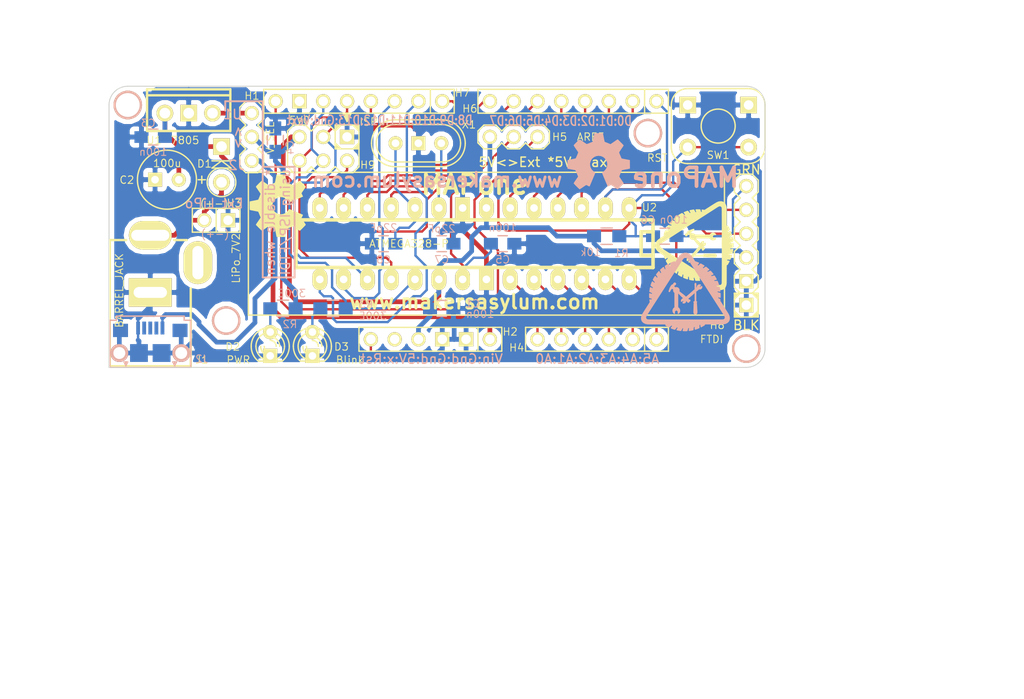
<source format=kicad_pcb>
(kicad_pcb (version 4) (host pcbnew "(2014-12-11 BZR 5320)-product")
  (title_block (title "MAPone - Bare Bones Arduino") (rev v1) (company "Maker's Asylum : www.github.com/MakersAsylumIndia"))
  (layers (0 F.Cu signal) (31 B.Cu signal) (34 B.Paste user) (35 F.Paste user) (36 B.SilkS user) (37 F.SilkS user) (38 B.Mask user) (39 F.Mask user) (44 Edge.Cuts user))
  (net 0 "")
  (net 1 /5V)
  (net 2 GND)
  (net 3 /V_IN)
  (net 4 /RST)
  (net 5 "Net-(C6-Pad2)")
  (net 6 "Net-(D1-Pad1)")
  (net 7 "Net-(D2-Pad1)")
  (net 8 "Net-(D3-Pad1)")
  (net 9 /V_REG)
  (net 10 /V_USB)
  (net 11 /AD0)
  (net 12 /AD1)
  (net 13 /AD2)
  (net 14 /AD3)
  (net 15 /AD4_SDA)
  (net 16 /AD5_SCL)
  (net 17 /AREF)
  (net 18 /RXD)
  (net 19 /TXD)
  (net 20 /PD2)
  (net 21 /PD3_P)
  (net 22 /PD4)
  (net 23 /PD5_P)
  (net 24 /PD6_P)
  (net 25 /PD7)
  (net 26 /PB0)
  (net 27 /PB1_P)
  (net 28 /SS_P)
  (net 29 /MOSI_P)
  (net 30 /MISO)
  (net 31 /SCK)
  (net 32 "Net-(C7-Pad1)")
  (net 33 "Net-(C8-Pad1)")
  (net 34 /Vext)
  (module MAPone.pretty:LM78XXV (layer F.Cu) (at 38.5 32.87 90)
    (fp_text reference U1 (at -2.9 -3.7 180) (layer F.SilkS) (effects (font (size 0.8 0.8) (thickness 0.1))))
    (fp_text value 7805 (at -2.9 -0.4 180) (layer F.SilkS) (effects (font (size 0.8 0.8) (thickness 0.1))))
    (pad VI thru_hole circle (at 0 -2.54 90) (size 1.778 1.778) (drill 1.143) (layers *.Cu *.Mask F.SilkS) (net 3 /V_IN))
    (pad GND thru_hole rect (at 0 0 90) (size 1.778 1.778) (drill 1.143) (layers *.Cu *.Mask F.SilkS) (net 2 GND))
    (pad VO thru_hole circle (at 0 2.54 90) (size 1.778 1.778) (drill 1.143) (layers *.Cu *.Mask F.SilkS) (net 9 /V_REG))
  )
  (module MAPone.pretty:SW-PB (layer F.Cu) (at 95 34.25 270)
    (fp_text reference SW1 (at 3.1 0 360) (layer F.SilkS) (effects (font (size 0.8 0.8) (thickness 0.1))))
    (fp_text value RST (at 3.4 6.5 360) (layer F.SilkS) (effects (font (size 0.8 0.8) (thickness 0.1))))
    (pad 1 thru_hole rect (at -2.25 -3.25 270) (size 1.778 1.778) (drill 1.016) (layers *.Cu *.Mask F.SilkS) (net 2 GND))
    (pad 2 thru_hole circle (at 2.25 3.25 270) (size 1.778 1.778) (drill 1.016) (layers *.Cu *.Mask F.SilkS) (net 4 /RST))
    (pad 2 thru_hole circle (at 2.25 -3.25 270) (size 1.778 1.778) (drill 1.016) (layers *.Cu *.Mask F.SilkS) (net 4 /RST))
    (pad 1 thru_hole rect (at -2.25 3.25 270) (size 1.778 1.778) (drill 1.016) (layers *.Cu *.Mask F.SilkS) (net 2 GND))
  )
  (module MAPone.pretty:R_0805_HandSoldering (layer B.Cu) (at 53.9 53.7 180)
    (fp_text reference R3 (at -3.5 0.45 180) (layer B.SilkS) (effects (font (size 0.8 0.8) (thickness 0.1)) (justify mirror)))
    (fp_text value 300E (at -4.25 -0.8 180) (layer B.SilkS) (effects (font (size 0.8 0.8) (thickness 0.1)) (justify mirror)))
    (pad 1 smd rect (at -1.35 0 180) (size 1.5 1.3) (layers B.Cu B.Paste B.Mask) (net 31 /SCK))
    (pad 2 smd rect (at 1.35 0 180) (size 1.5 1.3) (layers B.Cu B.Paste B.Mask) (net 8 "Net-(D3-Pad1)"))
  )
  (module MAPone.pretty:R_0805_HandSoldering (layer B.Cu) (at 48.56 53.7)
    (fp_text reference R2 (at 0.74 1.7) (layer B.SilkS) (effects (font (size 0.8 0.8) (thickness 0.1)) (justify mirror)))
    (fp_text value 300E (at 0.94 -1.6) (layer B.SilkS) (effects (font (size 0.8 0.8) (thickness 0.1)) (justify mirror)))
    (pad 1 smd rect (at -1.35 0) (size 1.5 1.3) (layers B.Cu B.Paste B.Mask) (net 7 "Net-(D2-Pad1)"))
    (pad 2 smd rect (at 1.35 0) (size 1.5 1.3) (layers B.Cu B.Paste B.Mask) (net 1 /5V))
  )
  (module MAPone.pretty:R_0805_HandSoldering (layer B.Cu) (at 83.1 46)
    (fp_text reference R1 (at 1.5698 1.8126) (layer B.SilkS) (effects (font (size 0.8 0.8) (thickness 0.1)) (justify mirror)))
    (fp_text value 10k (at -1.7068 1.711) (layer B.SilkS) (effects (font (size 0.8 0.8) (thickness 0.1)) (justify mirror)))
    (pad 1 smd rect (at -1.35 0) (size 1.5 1.3) (layers B.Cu B.Paste B.Mask) (net 1 /5V))
    (pad 2 smd rect (at 1.35 0) (size 1.5 1.3) (layers B.Cu B.Paste B.Mask) (net 4 /RST))
  )
  (module MAPone.pretty:vite_3mm (layer F.Cu) (at 98 58)
    (fp_text reference P4 hide)
    (fp_text value CONN_1 hide)
    (pad 1 thru_hole circle (at 0 0) (size 3.048 3.048) (drill 2.54) (layers *.Cu *.SilkS *.Mask))
  )
  (module MAPone.pretty:vite_3mm (layer F.Cu) (at 42.5 55)
    (fp_text reference P3 hide)
    (fp_text value CONN_1 hide)
    (pad 1 thru_hole circle (at 0 0) (size 3.048 3.048) (drill 2.54) (layers *.Cu *.SilkS *.Mask))
  )
  (module MAPone.pretty:JACK_ALIM (layer F.Cu) (at 34.4 52 90)
    (fp_text reference J1 (at -7.2 5.5 360) (layer F.SilkS) (effects (font (size 0.8 0.8) (thickness 0.1))))
    (fp_text value BARREL_JACK (at 0.2 -3.3 270) (layer F.SilkS) (effects (font (size 0.8 0.8) (thickness 0.1))))
    (pad 2 thru_hole rect (at 0 0 90) (size 3.048 4.572) (drill oval 1.1684 3.556) (layers *.Cu *.Mask F.SilkS) (net 2 GND))
    (pad 1 thru_hole oval (at 6.096 0 90) (size 3.048 4.572) (drill oval 1.1684 4.064) (layers *.Cu *.Mask F.SilkS) (net 6 "Net-(D1-Pad1)"))
    (pad 3 thru_hole oval (at 3.175 5.08 90) (size 4.572 3.048) (drill oval 3.556 1.1684) (layers *.Cu *.Mask F.SilkS))
  )
  (module MAPone.pretty:Header_ICSP (layer F.Cu) (at 52.86 36.68)
    (fp_text reference H9 (at 4.74 1.72 180) (layer F.SilkS) (effects (font (size 0.8 0.8) (thickness 0.1))))
    (fp_text value ISP (at 4.84 -2.88 180) (layer F.SilkS) (effects (font (size 0.8 0.8) (thickness 0.1))))
    (fp_text user 5V0 (at -2.53 -3.05) (layer F.SilkS) (effects (font (size 0.8 0.8) (thickness 0.1))))
    (pad 1 thru_hole circle (at -2.54 1.27) (size 1.524 1.524) (drill 1.016) (layers *.Cu *.Mask F.SilkS) (net 30 /MISO))
    (pad 2 thru_hole circle (at -2.54 -1.27) (size 1.524 1.524) (drill 1.016) (layers *.Cu *.Mask F.SilkS) (net 1 /5V))
    (pad 3 thru_hole circle (at 0 1.27) (size 1.524 1.524) (drill 1.016) (layers *.Cu *.Mask F.SilkS) (net 31 /SCK))
    (pad 4 thru_hole circle (at 0 -1.27) (size 1.524 1.524) (drill 1.016) (layers *.Cu *.Mask F.SilkS) (net 29 /MOSI_P))
    (pad 5 thru_hole circle (at 2.54 1.27) (size 1.524 1.524) (drill 1.016) (layers *.Cu *.Mask F.SilkS) (net 4 /RST))
    (pad 6 thru_hole rect (at 2.54 -1.27) (size 1.524 1.524) (drill 1.016) (layers *.Cu *.Mask F.SilkS) (net 2 GND))
  )
  (module MAPone.pretty:Socket_Strip_Straight_1x08 (layer F.Cu) (at 56.67 31.6)
    (fp_text reference H7 (at 11.03 -0.9) (layer F.SilkS) (effects (font (size 0.8 0.8) (thickness 0.1))))
    (fp_text value IO_H hide)
    (pad 1 thru_hole circle (at 8.89 0) (size 1.524 1.524) (drill 1.016) (layers *.Cu *.Mask F.SilkS) (net 26 /PB0))
    (pad 2 thru_hole circle (at 6.35 0) (size 1.524 1.524) (drill 1.016) (layers *.Cu *.Mask F.SilkS) (net 27 /PB1_P))
    (pad 3 thru_hole circle (at 3.81 0) (size 1.524 1.524) (drill 1.016) (layers *.Cu *.Mask F.SilkS) (net 28 /SS_P))
    (pad 4 thru_hole circle (at 1.27 0) (size 1.524 1.524) (drill 1.016) (layers *.Cu *.Mask F.SilkS) (net 29 /MOSI_P))
    (pad 5 thru_hole circle (at -1.27 0) (size 1.524 1.524) (drill 1.016) (layers *.Cu *.Mask F.SilkS) (net 30 /MISO))
    (pad 6 thru_hole circle (at -3.81 0) (size 1.524 1.524) (drill 1.016) (layers *.Cu *.Mask F.SilkS) (net 31 /SCK))
    (pad 7 thru_hole rect (at -6.35 0) (size 1.524 1.524) (drill 1.016) (layers *.Cu *.Mask F.SilkS) (net 2 GND))
    (pad 8 thru_hole circle (at -8.89 0) (size 1.524 1.524) (drill 1.016) (layers *.Cu *.Mask F.SilkS) (net 34 /Vext))
  )
  (module MAPone.pretty:Socket_Strip_Straight_1x08 (layer F.Cu) (at 79.53 31.6)
    (fp_text reference H6 (at -11.03 0.8) (layer F.SilkS) (effects (font (size 0.8 0.8) (thickness 0.1))))
    (fp_text value IO_L hide)
    (pad 1 thru_hole circle (at 8.89 0) (size 1.524 1.524) (drill 1.016) (layers *.Cu *.Mask F.SilkS) (net 18 /RXD))
    (pad 2 thru_hole circle (at 6.35 0) (size 1.524 1.524) (drill 1.016) (layers *.Cu *.Mask F.SilkS) (net 19 /TXD))
    (pad 3 thru_hole circle (at 3.81 0) (size 1.524 1.524) (drill 1.016) (layers *.Cu *.Mask F.SilkS) (net 20 /PD2))
    (pad 4 thru_hole circle (at 1.27 0) (size 1.524 1.524) (drill 1.016) (layers *.Cu *.Mask F.SilkS) (net 21 /PD3_P))
    (pad 5 thru_hole circle (at -1.27 0) (size 1.524 1.524) (drill 1.016) (layers *.Cu *.Mask F.SilkS) (net 22 /PD4))
    (pad 6 thru_hole circle (at -3.81 0) (size 1.524 1.524) (drill 1.016) (layers *.Cu *.Mask F.SilkS) (net 23 /PD5_P))
    (pad 7 thru_hole circle (at -6.35 0) (size 1.524 1.524) (drill 1.016) (layers *.Cu *.Mask F.SilkS) (net 24 /PD6_P))
    (pad 8 thru_hole circle (at -8.89 0) (size 1.524 1.524) (drill 1.016) (layers *.Cu *.Mask F.SilkS) (net 25 /PD7))
  )
  (module MAPone.pretty:Socket_Strip_Straight_1x06 (layer F.Cu) (at 82.07 57)
    (fp_text reference H4 (at -8.57 0.9) (layer F.SilkS) (effects (font (size 0.8 0.8) (thickness 0.1))))
    (fp_text value ANALOG hide)
    (pad 1 thru_hole circle (at 6.35 0) (size 1.524 1.524) (drill 1.016) (layers *.Cu *.Mask F.SilkS) (net 16 /AD5_SCL))
    (pad 2 thru_hole circle (at 3.81 0) (size 1.524 1.524) (drill 1.016) (layers *.Cu *.Mask F.SilkS) (net 15 /AD4_SDA))
    (pad 3 thru_hole circle (at 1.27 0) (size 1.524 1.524) (drill 1.016) (layers *.Cu *.Mask F.SilkS) (net 14 /AD3))
    (pad 4 thru_hole circle (at -1.27 0) (size 1.524 1.524) (drill 1.016) (layers *.Cu *.Mask F.SilkS) (net 13 /AD2))
    (pad 5 thru_hole circle (at -3.81 0) (size 1.524 1.524) (drill 1.016) (layers *.Cu *.Mask F.SilkS) (net 12 /AD1))
    (pad 6 thru_hole circle (at -6.35 0) (size 1.524 1.524) (drill 1.016) (layers *.Cu *.Mask F.SilkS) (net 11 /AD0))
  )
  (module MAPone.pretty:Socket_Strip_Straight_1x06 (layer F.Cu) (at 64.29 57)
    (fp_text reference H2 (at 8.51 -0.8) (layer F.SilkS) (effects (font (size 0.8 0.8) (thickness 0.1))))
    (fp_text value Power hide)
    (pad 1 thru_hole circle (at 6.35 0) (size 1.524 1.524) (drill 1.016) (layers *.Cu *.Mask F.SilkS) (net 3 /V_IN))
    (pad 2 thru_hole rect (at 3.81 0) (size 1.524 1.524) (drill 1.016) (layers *.Cu *.Mask F.SilkS) (net 2 GND))
    (pad 3 thru_hole rect (at 1.27 0) (size 1.524 1.524) (drill 1.016) (layers *.Cu *.Mask F.SilkS) (net 2 GND))
    (pad 4 thru_hole circle (at -1.27 0) (size 1.524 1.524) (drill 1.016) (layers *.Cu *.Mask F.SilkS) (net 1 /5V))
    (pad 5 thru_hole circle (at -3.81 0) (size 1.524 1.524) (drill 1.016) (layers *.Cu *.Mask F.SilkS))
    (pad 6 thru_hole circle (at -6.35 0) (size 1.524 1.524) (drill 1.016) (layers *.Cu *.Mask F.SilkS) (net 4 /RST))
  )
  (module MAPone.pretty:Header_3 (layer F.Cu) (at 45.23 35.41 270)
    (fp_text reference H1 (at -4.39 -0.02 540) (layer F.SilkS) (effects (font (size 0.8 0.8) (thickness 0.1))))
    (fp_text value V_SEL (at 0.09 -1.97 450) (layer F.SilkS) (effects (font (size 0.8 0.8) (thickness 0.1))))
    (pad 1 thru_hole circle (at -2.54 0 270) (size 1.524 1.524) (drill 1.016) (layers *.Cu *.Mask F.SilkS) (net 9 /V_REG))
    (pad 2 thru_hole circle (at 0 0 270) (size 1.524 1.524) (drill 1.016) (layers *.Cu *.Mask F.SilkS) (net 1 /5V))
    (pad 3 thru_hole circle (at 2.54 0 270) (size 1.524 1.524) (drill 1.016) (layers *.Cu *.Mask F.SilkS) (net 10 /V_USB))
  )
  (module MAPone.pretty:LED-3MM (layer F.Cu) (at 51.7 57.5 270)
    (fp_text reference D3 (at 0.3 -3.1 360) (layer F.SilkS) (effects (font (size 0.8 0.8) (thickness 0.1))))
    (fp_text value Blink (at 1.7 -4 360) (layer F.SilkS) (effects (font (size 0.8 0.8) (thickness 0.1))))
    (pad 1 thru_hole circle (at -1.27 0 270) (size 1.524 1.524) (drill 0.8128) (layers *.Cu *.Mask F.SilkS) (net 8 "Net-(D3-Pad1)"))
    (pad 2 thru_hole rect (at 1.27 0 270) (size 1.524 1.524) (drill 0.8128) (layers *.Cu *.Mask F.SilkS) (net 2 GND))
  )
  (module MAPone.pretty:LED-3MM (layer F.Cu) (at 47.2 57.5 270)
    (fp_text reference D2 (at 0.3 4 360) (layer F.SilkS) (effects (font (size 0.8 0.8) (thickness 0.1))))
    (fp_text value PWR (at 1.7 3.4 360) (layer F.SilkS) (effects (font (size 0.8 0.8) (thickness 0.1))))
    (pad 1 thru_hole circle (at -1.27 0 270) (size 1.524 1.524) (drill 0.8128) (layers *.Cu *.Mask F.SilkS) (net 7 "Net-(D2-Pad1)"))
    (pad 2 thru_hole rect (at 1.27 0 270) (size 1.524 1.524) (drill 0.8128) (layers *.Cu *.Mask F.SilkS) (net 2 GND))
  )
  (module MAPone.pretty:C_0805_HandSoldering (layer B.Cu) (at 59.3 46.8 180)
    (fp_text reference C8 (at 0 -1.7 180) (layer B.SilkS) (effects (font (size 0.8 0.8) (thickness 0.1)) (justify mirror)))
    (fp_text value 22pF (at 0 1.7 180) (layer B.SilkS) (effects (font (size 0.8 0.8) (thickness 0.1)) (justify mirror)))
    (pad 1 smd rect (at -1.25 0 180) (size 1.5 1.25) (layers B.Cu B.Paste B.Mask) (net 33 "Net-(C8-Pad1)"))
    (pad 2 smd rect (at 1.25 0 180) (size 1.5 1.25) (layers B.Cu B.Paste B.Mask) (net 2 GND))
  )
  (module MAPone.pretty:C_0805_HandSoldering (layer B.Cu) (at 65.5 46.8)
    (fp_text reference C7 (at 0 1.7) (layer B.SilkS) (effects (font (size 0.8 0.8) (thickness 0.1)) (justify mirror)))
    (fp_text value 22pF (at 0 -1.6) (layer B.SilkS) (effects (font (size 0.8 0.8) (thickness 0.1)) (justify mirror)))
    (pad 1 smd rect (at -1.25 0) (size 1.5 1.25) (layers B.Cu B.Paste B.Mask) (net 32 "Net-(C7-Pad1)"))
    (pad 2 smd rect (at 1.25 0) (size 1.5 1.25) (layers B.Cu B.Paste B.Mask) (net 2 GND))
  )
  (module MAPone.pretty:C_0805_HandSoldering (layer B.Cu) (at 89.3 46)
    (fp_text reference C6 (at -1.8 -1.75) (layer B.SilkS) (effects (font (size 0.8 0.8) (thickness 0.1)) (justify mirror)))
    (fp_text value 100n (at 0.95 -1.75) (layer B.SilkS) (effects (font (size 0.8 0.8) (thickness 0.1)) (justify mirror)))
    (pad 1 smd rect (at -1.25 0) (size 1.5 1.25) (layers B.Cu B.Paste B.Mask) (net 4 /RST))
    (pad 2 smd rect (at 1.25 0) (size 1.5 1.25) (layers B.Cu B.Paste B.Mask) (net 5 "Net-(C6-Pad2)"))
  )
  (module MAPone.pretty:C_0805_HandSoldering (layer B.Cu) (at 72 46.8)
    (fp_text reference C5 (at 0 1.7) (layer B.SilkS) (effects (font (size 0.8 0.8) (thickness 0.1)) (justify mirror)))
    (fp_text value 100n (at 0 -1.7) (layer B.SilkS) (effects (font (size 0.8 0.8) (thickness 0.1)) (justify mirror)))
    (pad 1 smd rect (at -1.25 0) (size 1.5 1.25) (layers B.Cu B.Paste B.Mask) (net 17 /AREF))
    (pad 2 smd rect (at 1.25 0) (size 1.5 1.25) (layers B.Cu B.Paste B.Mask) (net 2 GND))
  )
  (module MAPone.pretty:C_0805_HandSoldering (layer B.Cu) (at 47.75 35.75 90)
    (fp_text reference C4 (at -0.79 1.55 270) (layer B.SilkS) (effects (font (size 0.8 0.8) (thickness 0.1)) (justify mirror)))
    (fp_text value 100n hide)
    (pad 1 smd rect (at -1.25 0 90) (size 1.5 1.25) (layers B.Cu B.Paste B.Mask) (net 1 /5V))
    (pad 2 smd rect (at 1.25 0 90) (size 1.5 1.25) (layers B.Cu B.Paste B.Mask) (net 2 GND))
  )
  (module MAPone.pretty:C_0805_HandSoldering (layer B.Cu) (at 34.71 35.42)
    (fp_text reference C3 (at -0.53 -1.48 180) (layer B.SilkS) (effects (font (size 0.8 0.8) (thickness 0.1)) (justify mirror)))
    (fp_text value 100n (at 0 1.59 180) (layer B.SilkS) (effects (font (size 0.8 0.8) (thickness 0.1)) (justify mirror)))
    (pad 1 smd rect (at -1.25 0) (size 1.5 1.25) (layers B.Cu B.Paste B.Mask) (net 2 GND))
    (pad 2 smd rect (at 1.25 0) (size 1.5 1.25) (layers B.Cu B.Paste B.Mask) (net 3 /V_IN))
  )
  (module MAPone.pretty:C_0805_HandSoldering (layer B.Cu) (at 65.5 53.7)
    (fp_text reference C1 (at 3.3 -0.5) (layer B.SilkS) (effects (font (size 0.8 0.8) (thickness 0.1)) (justify mirror)))
    (fp_text value 100n (at 4.1 0.6) (layer B.SilkS) (effects (font (size 0.8 0.8) (thickness 0.1)) (justify mirror)))
    (pad 1 smd rect (at -1.25 0) (size 1.5 1.25) (layers B.Cu B.Paste B.Mask) (net 1 /5V))
    (pad 2 smd rect (at 1.25 0) (size 1.5 1.25) (layers B.Cu B.Paste B.Mask) (net 2 GND))
  )
  (module MAPone.pretty:DIP-28__300_ELL_ZIF (layer F.Cu) (at 69 46.8 180)
    (fp_text reference U2 (at -18.667 3.8642 180) (layer F.SilkS) (effects (font (size 0.8 0.8) (thickness 0.1))))
    (fp_text value ATMEGA328-P (at 6.985 0 180) (layer F.SilkS) (effects (font (size 0.8 0.8) (thickness 0.1))))
    (pad 2 thru_hole oval (at -13.97 3.81 180) (size 1.5748 2.286) (drill 0.8128) (layers *.Cu *.Mask F.SilkS) (net 18 /RXD))
    (pad 3 thru_hole oval (at -11.43 3.81 180) (size 1.5748 2.286) (drill 0.8128) (layers *.Cu *.Mask F.SilkS) (net 19 /TXD))
    (pad 4 thru_hole oval (at -8.89 3.81 180) (size 1.5748 2.286) (drill 0.8128) (layers *.Cu *.Mask F.SilkS) (net 20 /PD2))
    (pad 5 thru_hole oval (at -6.35 3.81 180) (size 1.5748 2.286) (drill 0.8128) (layers *.Cu *.Mask F.SilkS) (net 21 /PD3_P))
    (pad 6 thru_hole oval (at -3.81 3.81 180) (size 1.5748 2.286) (drill 0.8128) (layers *.Cu *.Mask F.SilkS) (net 22 /PD4))
    (pad 7 thru_hole oval (at -1.27 3.81 180) (size 1.5748 2.286) (drill 0.8128) (layers *.Cu *.Mask F.SilkS) (net 1 /5V))
    (pad 8 thru_hole rect (at 1.27 3.81 180) (size 1.5748 2.286) (drill 0.8128) (layers *.Cu *.Mask F.SilkS) (net 2 GND))
    (pad 9 thru_hole oval (at 3.81 3.81 180) (size 1.5748 2.286) (drill 0.8128) (layers *.Cu *.Mask F.SilkS) (net 32 "Net-(C7-Pad1)"))
    (pad 10 thru_hole oval (at 6.35 3.81 180) (size 1.5748 2.286) (drill 0.8128) (layers *.Cu *.Mask F.SilkS) (net 33 "Net-(C8-Pad1)"))
    (pad 11 thru_hole oval (at 8.89 3.81 180) (size 1.5748 2.286) (drill 0.8128) (layers *.Cu *.Mask F.SilkS) (net 23 /PD5_P))
    (pad 12 thru_hole oval (at 11.43 3.81 180) (size 1.5748 2.286) (drill 0.8128) (layers *.Cu *.Mask F.SilkS) (net 24 /PD6_P))
    (pad 13 thru_hole oval (at 13.97 3.81 180) (size 1.5748 2.286) (drill 0.8128) (layers *.Cu *.Mask F.SilkS) (net 25 /PD7))
    (pad 14 thru_hole oval (at 16.51 3.81 180) (size 1.5748 2.286) (drill 0.8128) (layers *.Cu *.Mask F.SilkS) (net 26 /PB0))
    (pad 1 thru_hole oval (at -16.51 3.81 180) (size 1.5748 2.286) (drill 0.8128) (layers *.Cu *.Mask F.SilkS) (net 4 /RST))
    (pad 15 thru_hole oval (at 16.51 -3.81 180) (size 1.5748 2.286) (drill 0.8128) (layers *.Cu *.Mask F.SilkS) (net 27 /PB1_P))
    (pad 16 thru_hole oval (at 13.97 -3.81 180) (size 1.5748 2.286) (drill 0.8128) (layers *.Cu *.Mask F.SilkS) (net 28 /SS_P))
    (pad 17 thru_hole oval (at 11.43 -3.81 180) (size 1.5748 2.286) (drill 0.8128) (layers *.Cu *.Mask F.SilkS) (net 29 /MOSI_P))
    (pad 18 thru_hole oval (at 8.89 -3.81 180) (size 1.5748 2.286) (drill 0.8128) (layers *.Cu *.Mask F.SilkS) (net 30 /MISO))
    (pad 19 thru_hole oval (at 6.35 -3.81 180) (size 1.5748 2.286) (drill 0.8128) (layers *.Cu *.Mask F.SilkS) (net 31 /SCK))
    (pad 20 thru_hole oval (at 3.81 -3.81 180) (size 1.5748 2.286) (drill 0.8128) (layers *.Cu *.Mask F.SilkS) (net 1 /5V))
    (pad 21 thru_hole oval (at 1.27 -3.81 180) (size 1.5748 2.286) (drill 0.8128) (layers *.Cu *.Mask F.SilkS) (net 17 /AREF))
    (pad 22 thru_hole rect (at -1.27 -3.81 180) (size 1.5748 2.286) (drill 0.8128) (layers *.Cu *.Mask F.SilkS) (net 2 GND))
    (pad 23 thru_hole oval (at -3.81 -3.81 180) (size 1.5748 2.286) (drill 0.8128) (layers *.Cu *.Mask F.SilkS) (net 11 /AD0))
    (pad 24 thru_hole oval (at -6.35 -3.81 180) (size 1.5748 2.286) (drill 0.8128) (layers *.Cu *.Mask F.SilkS) (net 12 /AD1))
    (pad 25 thru_hole oval (at -8.89 -3.81 180) (size 1.5748 2.286) (drill 0.8128) (layers *.Cu *.Mask F.SilkS) (net 13 /AD2))
    (pad 26 thru_hole oval (at -11.43 -3.81 180) (size 1.5748 2.286) (drill 0.8128) (layers *.Cu *.Mask F.SilkS) (net 14 /AD3))
    (pad 27 thru_hole oval (at -13.97 -3.81 180) (size 1.5748 2.286) (drill 0.8128) (layers *.Cu *.Mask F.SilkS) (net 15 /AD4_SDA))
    (pad 28 thru_hole oval (at -16.51 -3.81 180) (size 1.5748 2.286) (drill 0.8128) (layers *.Cu *.Mask F.SilkS) (net 16 /AD5_SCL))
  )
  (module MAPone.pretty:Header_FTDI (layer F.Cu) (at 98 47 90)
    (fp_text reference H8 (at -8.5 -3.1 180) (layer F.SilkS) (effects (font (size 0.8 0.8) (thickness 0.1))))
    (fp_text value FTDI (at -10 -3.7 180) (layer F.SilkS) (effects (font (size 0.8 0.8) (thickness 0.1))))
    (fp_text user GRN (at 8.1 0 180) (layer F.SilkS))
    (fp_text user BLK (at -8.5 0 180) (layer F.SilkS))
    (pad 1 thru_hole rect (at -6.35 0 90) (size 1.524 1.524) (drill 1.016) (layers *.Cu *.Mask F.SilkS) (net 2 GND))
    (pad 2 thru_hole rect (at -3.81 0 90) (size 1.524 1.524) (drill 1.016) (layers *.Cu *.Mask F.SilkS) (net 2 GND))
    (pad 3 thru_hole circle (at -1.27 0 90) (size 1.524 1.524) (drill 1.016) (layers *.Cu *.Mask F.SilkS) (net 1 /5V))
    (pad 4 thru_hole circle (at 1.27 0 90) (size 1.524 1.524) (drill 1.016) (layers *.Cu *.Mask F.SilkS) (net 18 /RXD))
    (pad 5 thru_hole circle (at 3.81 0 90) (size 1.524 1.524) (drill 1.016) (layers *.Cu *.Mask F.SilkS) (net 19 /TXD))
    (pad 6 thru_hole circle (at 6.35 0 90) (size 1.524 1.524) (drill 1.016) (layers *.Cu *.Mask F.SilkS) (net 5 "Net-(C6-Pad2)"))
  )
  (module MAPone.pretty:USB_B_Micro (layer B.Cu) (at 34.4 55.8 90)
    (fp_text reference J2 (at -3.3 5.5 180) (layer B.SilkS) (effects (font (size 0.8 0.8) (thickness 0.1)) (justify mirror)))
    (fp_text value USB-Micro hide)
    (pad 3 smd rect (at 0 0 90) (size 1.3716 0.4064) (layers B.Cu B.Paste B.Mask) (clearance 0.2032))
    (pad 4 smd rect (at 0 -0.65024 90) (size 1.3716 0.4064) (layers B.Cu B.Paste B.Mask) (clearance 0.2032))
    (pad 5 smd rect (at 0 -1.30048 90) (size 1.3716 0.4064) (layers B.Cu B.Paste B.Mask) (net 2 GND) (clearance 0.2032))
    (pad 2 smd rect (at 0 0.65024 90) (size 1.3716 0.4064) (layers B.Cu B.Paste B.Mask) (clearance 0.2032))
    (pad 1 smd rect (at 0 1.30048 90) (size 1.3716 0.4064) (layers B.Cu B.Paste B.Mask) (net 10 /V_USB) (clearance 0.2032))
    (pad T1 smd rect (at -0.254 3.175 90) (size 1.4224 1.6002) (layers B.Cu B.Paste B.Mask) (net 2 GND))
    (pad T2 smd rect (at -0.254 -3.175 90) (size 1.4224 1.6002) (layers B.Cu B.Paste B.Mask) (net 2 GND))
    (pad T3 smd rect (at -2.667 1.2065 90) (size 1.905 1.905) (layers B.Cu B.Paste B.Mask) (net 2 GND) (clearance 0.2032))
    (pad T4 smd rect (at -2.667 -1.2065 90) (size 1.905 1.905) (layers B.Cu B.Paste B.Mask) (net 2 GND) (clearance 0.2032))
    (pad T5 thru_hole circle (at -2.667 3.302 90) (size 1.905 1.905) (drill 1.27) (layers *.Cu *.Paste *.Mask B.SilkS) (net 2 GND) (clearance 0.2032))
    (pad T6 thru_hole circle (at -2.667 -3.302 90) (size 1.905 1.905) (drill 1.27) (layers *.Cu *.Paste *.Mask B.SilkS) (net 2 GND) (clearance 0.2032))
  )
  (module MAPone.pretty:Crystal_HC49-U_Vertical_3Pin (layer F.Cu) (at 63.01 36.08 180)
    (fp_text reference X1 (at -5.39 1.98 180) (layer F.SilkS) (effects (font (size 0.8 0.8) (thickness 0.1))))
    (fp_text value 16MHz hide)
    (pad 1 thru_hole circle (at -2.44094 0 180) (size 1.50114 1.50114) (drill 0.8128) (layers *.Cu *.Mask F.SilkS) (net 32 "Net-(C7-Pad1)"))
    (pad 2 thru_hole circle (at 2.44094 0 180) (size 1.50114 1.50114) (drill 0.8128) (layers *.Cu *.Mask F.SilkS) (net 33 "Net-(C8-Pad1)"))
    (pad 3 thru_hole rect (at 0 0 180) (size 1.50114 1.50114) (drill 0.8128) (layers *.Cu *.Mask F.SilkS) (net 2 GND))
  )
  (module MAPone.pretty:Diode_DO-41_SOD81_Vertical_KathodeUp (layer F.Cu) (at 42 38.25 90)
    (fp_text reference D1 (at -0.02 -1.82 180) (layer F.SilkS) (effects (font (size 0.8 0.8) (thickness 0.1))))
    (fp_text value 1N4007 hide)
    (pad 1 thru_hole circle (at -2 0 90) (size 1.778 1.778) (drill 1.143) (layers *.Cu *.Mask F.SilkS) (net 6 "Net-(D1-Pad1)"))
    (pad 2 thru_hole rect (at 1.81 0 90) (size 1.778 1.778) (drill 1.143) (layers *.Cu *.Mask F.SilkS) (net 3 /V_IN))
  )
  (module MAPone.pretty:vite_3mm (layer F.Cu) (at 32 32)
    (fp_text reference P1 hide)
    (fp_text value CONN_1 hide)
    (pad 1 thru_hole circle (at 0 0) (size 3.048 3.048) (drill 2.54) (layers *.Cu *.SilkS *.Mask))
  )
  (module MAPone.pretty:vite_3mm (layer F.Cu) (at 87.5 35)
    (fp_text reference P2 hide)
    (fp_text value CONN_1 hide)
    (pad 1 thru_hole circle (at 0 0) (size 3.048 3.048) (drill 2.54) (layers *.Cu *.SilkS *.Mask))
  )
  (module MAPone.pretty:Header_A_REF (layer F.Cu) (at 73.18 35.41)
    (fp_text reference H5 (at 4.9 0 180) (layer F.SilkS) (effects (font (size 0.8 0.8) (thickness 0.1))))
    (fp_text value AREF (at 8.2 0 180) (layer F.SilkS) (effects (font (size 0.8 0.8) (thickness 0.1))))
    (pad 1 thru_hole circle (at -2.54 0) (size 1.524 1.524) (drill 1.016) (layers *.Cu *.Mask F.SilkS) (net 1 /5V))
    (pad 2 thru_hole circle (at 0 0) (size 1.524 1.524) (drill 1.016) (layers *.Cu *.Mask F.SilkS) (net 17 /AREF))
    (pad 3 thru_hole circle (at 2.54 0) (size 1.524 1.524) (drill 1.016) (layers *.Cu *.Mask F.SilkS) (net 34 /Vext))
  )
  (module MAPone.pretty:MA_Logo2 (layer F.Cu) (at 92.5 47 90)
    (fp_text reference Z2 hide)
    (fp_text value CONN_1 hide)
  )
  (module MAPone.pretty:Elko_vert_11.2x6.3mm_RM2.5 (layer F.Cu) (at 37.45 39.97 180)
    (fp_text reference C2 (at 5.55 -0.03 360) (layer F.SilkS) (effects (font (size 0.8 0.8) (thickness 0.1))))
    (fp_text value 100u (at 1.25 1.75 360) (layer F.SilkS) (effects (font (size 0.8 0.8) (thickness 0.1))))
    (fp_text user + (at -2.45 0.07 180) (layer F.SilkS))
    (pad 2 thru_hole rect (at 2.54 0 180) (size 1.50114 1.50114) (drill 0.8128) (layers *.Cu *.Mask F.SilkS) (net 2 GND))
    (pad 1 thru_hole circle (at 0 0 180) (size 1.50114 1.50114) (drill 0.8128) (layers *.Cu *.Mask F.SilkS) (net 3 /V_IN))
  )
  (module MAPone:OSHW_6mm (layer B.Cu) (at 82.25 38 180)
    (fp_text reference Z6 hide)
    (fp_text value CONN_1 hide)
  )
  (module MAPone:OSHW_6mm (layer F.Cu) (at 48 42.75 90)
    (fp_text reference Z7 hide)
    (fp_text value CONN_1 hide)
  )
  (module MAPone.pretty:Pin_Header_Straight_1x02 (layer F.Cu) (at 41.43 44.3 180)
    (fp_text reference H3 (at -1.92 1.83 360) (layer F.SilkS) (effects (font (size 0.8 0.8) (thickness 0.1))))
    (fp_text value LiPo_7V2 (at -2.12 -4.05 270) (layer F.SilkS) (effects (font (size 0.8 0.8) (thickness 0.1))))
    (pad 1 thru_hole rect (at -1.27 0 180) (size 1.524 1.524) (drill 1.016) (layers *.Cu *.Mask F.SilkS) (net 2 GND))
    (pad 2 thru_hole circle (at 1.27 0 180) (size 1.524 1.524) (drill 1.016) (layers *.Cu *.Mask F.SilkS) (net 6 "Net-(D1-Pad1)"))
  )
  (module MAPone.pretty:MA_Logo2 (layer B.Cu) (at 91.5 52 180)
    (fp_text reference Z1 hide)
    (fp_text value CONN_1 hide)
  )
  (gr_line (start 49.8 38.6) (end 46.5 38.6) (angle 90) (layer B.SilkS) (width 0.2))
  (gr_line (start 49.8 50.4) (end 49.8 38.6) (angle 90) (layer B.SilkS) (width 0.2))
  (gr_line (start 46.4 50.4) (end 49.8 50.4) (angle 90) (layer B.SilkS) (width 0.2))
  (gr_line (start 42.4 31.6) (end 42.4 32.6) (angle 90) (layer B.SilkS) (width 0.2))
  (gr_line (start 46.4 31.6) (end 42.4 31.6) (angle 90) (layer B.SilkS) (width 0.2))
  (gr_line (start 46.4 50.4) (end 46.4 31.6) (angle 90) (layer B.SilkS) (width 0.2))
  (gr_text "* disable when\nusing ISP/FTDI" (at 48 44.5 90) (layer B.SilkS) (effects (font (size 1 1)) (justify mirror)))
  (gr_line (start 100 58) (end 100 32) (angle 90) (layer Edge.Cuts) (width 0.1))
  (gr_text "Ext LiPo" (at 41.21 42.5) (layer B.SilkS) (effects (font (size 1 1)) (justify mirror)))
  (gr_text "(-+)" (at 41.31 45.74) (layer B.SilkS) (effects (font (size 0.8 0.8) (thickness 0.1)) (justify mirror)))
  (gr_text "(-+)" (at 41.24 42.63 180) (layer F.SilkS) (effects (font (size 0.8 0.8) (thickness 0.1))))
  (gr_arc (start 98 32) (end 98 30) (angle 90) (layer Edge.Cuts) (width 0.1))
  (gr_arc (start 98 58) (end 100 58) (angle 90) (layer Edge.Cuts) (width 0.1))
  (gr_arc (start 32 32) (end 30 32) (angle 90) (layer Edge.Cuts) (width 0.1))
  (gr_text www.makersasylum.com (at 69 53) (layer F.SilkS) (effects (font (size 1.5 1.5) (thickness 0.3))))
  (gr_text MAPone (at 69 40.5) (layer F.SilkS) (effects (font (size 2 2) (thickness 0.4))))
  (gr_text www.makersasylum.com (at 65 40) (layer B.SilkS) (effects (font (size 1.5 1.5) (thickness 0.3)) (justify mirror)))
  (gr_text MAPone (at 91.5 39.75) (layer B.SilkS) (effects (font (size 2 2) (thickness 0.4)) (justify mirror)))
  (gr_text D8:D9:D10:D11:D12:D13:Gnd:Vext (at 58.88 33.63) (layer B.SilkS) (effects (font (size 1 0.8)) (justify mirror)))
  (gr_text D0:D1:D2:D3:D4:D5:D6:D7 (at 78.2 33.7) (layer B.SilkS) (effects (font (size 1 0.8)) (justify mirror)))
  (gr_text Vin:Gnd:Gnd:5V:x:Rst (at 64.4 59.1) (layer B.SilkS) (effects (font (size 1 1)) (justify mirror)))
  (gr_text A5:A4:A3:A2:A1:A0 (at 82.1 59.1) (layer B.SilkS) (effects (font (size 1 1)) (justify mirror)))
  (gr_text <> (at 43.72 35.47 90) (layer B.SilkS) (effects (font (size 1 1)) (justify mirror)))
  (gr_text J2 (at 43.61 38.43) (layer B.SilkS) (effects (font (size 1 1)) (justify mirror)))
  (gr_text U1 (at 43.2 33) (layer B.SilkS) (effects (font (size 1 1)) (justify mirror)))
  (gr_text "5V<>Ext *5V max" (at 76.3 38.1) (layer F.SilkS) (effects (font (size 1 1))))
  (gr_line (start 30 60) (end 30 32) (angle 90) (layer Edge.Cuts) (width 0.1))
  (gr_line (start 98 60) (end 30 60) (angle 90) (layer Edge.Cuts) (width 0.1))
  (gr_line (start 32 30) (end 98 30) (angle 90) (layer Edge.Cuts) (width 0.1))
  (segment (start 82.55 47.56) (end 97.29 47.56) (width 0.5) (layer B.Cu) (net 1))
  (segment (start 97.29 47.56) (end 98 48.27) (width 0.5) (layer B.Cu) (net 1))
  (segment (start 64.25 53.1968) (end 64.25 53.7) (width 0.5) (layer B.Cu) (net 1))
  (segment (start 81.75 46) (end 81.75 46.376) (width 0.5) (layer B.Cu) (net 1))
  (segment (start 70.85 35.62) (end 70.64 35.41) (width 0.5) (layer B.Cu) (net 1))
  (segment (start 70.27 42.99) (end 70.27 45.09215) (width 0.5) (layer B.Cu) (net 1))
  (segment (start 70.27 45.09215) (end 76.89215 45.09215) (width 0.5) (layer B.Cu) (net 1))
  (segment (start 65.19 49.21) (end 65.19 50.61) (width 0.5) (layer B.Cu) (net 1))
  (segment (start 65.8 48.6) (end 65.19 49.21) (width 0.5) (layer B.Cu) (net 1))
  (segment (start 67.7 48.6) (end 65.8 48.6) (width 0.5) (layer B.Cu) (net 1))
  (segment (start 68.7 47.6) (end 67.7 48.6) (width 0.5) (layer B.Cu) (net 1))
  (segment (start 69.69215 45.09215) (end 70.27 45.09215) (width 0.5) (layer B.Cu) (net 1))
  (segment (start 69.69215 45.09215) (end 68.7 46.0843) (width 0.5) (layer B.Cu) (net 1))
  (segment (start 68.7 46.0843) (end 68.7 47.6) (width 0.5) (layer B.Cu) (net 1))
  (segment (start 64.25 52.95) (end 65.19 52.01) (width 0.5) (layer B.Cu) (net 1))
  (segment (start 65.19 52.01) (end 65.19 50.61) (width 0.5) (layer B.Cu) (net 1))
  (segment (start 64.25 53.7) (end 64.25 52.95) (width 0.5) (layer B.Cu) (net 1))
  (segment (start 81.75 46.76) (end 82.55 47.56) (width 0.5) (layer B.Cu) (net 1))
  (segment (start 81.75 46) (end 81.75 46.76) (width 0.5) (layer B.Cu) (net 1))
  (segment (start 77.8 46) (end 76.89215 45.09215) (width 0.5) (layer B.Cu) (net 1))
  (segment (start 81.75 46) (end 77.8 46) (width 0.5) (layer B.Cu) (net 1))
  (segment (start 64.25 54.54) (end 63.02 55.77) (width 0.5) (layer B.Cu) (net 1))
  (segment (start 63.02 55.77) (end 63.02 57) (width 0.5) (layer B.Cu) (net 1))
  (segment (start 64.25 53.7) (end 64.25 54.54) (width 0.5) (layer B.Cu) (net 1))
  (segment (start 65.19 52.41) (end 64.6 53) (width 0.5) (layer F.Cu) (net 1))
  (segment (start 64.6 53) (end 50.1 53) (width 0.5) (layer F.Cu) (net 1))
  (segment (start 50.1 53) (end 49.25 52.15) (width 0.5) (layer F.Cu) (net 1))
  (segment (start 65.19 52.41) (end 65.19 50.61) (width 0.5) (layer F.Cu) (net 1))
  (segment (start 70.27 39.99215) (end 70.64 39.62215) (width 0.5) (layer B.Cu) (net 1))
  (segment (start 70.64 39.62215) (end 70.64 35.41) (width 0.5) (layer B.Cu) (net 1))
  (segment (start 70.27 42.99) (end 70.27 39.99215) (width 0.5) (layer B.Cu) (net 1))
  (segment (start 49.25 40.07) (end 48.59 39.41) (width 0.5) (layer F.Cu) (net 1))
  (segment (start 48.59 39.41) (end 48.59 36.25) (width 0.5) (layer F.Cu) (net 1))
  (segment (start 48.59 36.25) (end 49.43 35.41) (width 0.5) (layer F.Cu) (net 1))
  (segment (start 49.43 35.41) (end 50.32 35.41) (width 0.5) (layer F.Cu) (net 1))
  (segment (start 49.25 52.15) (end 49.25 40.07) (width 0.5) (layer F.Cu) (net 1))
  (segment (start 48.5 37) (end 47.75 37) (width 0.5) (layer B.Cu) (net 1))
  (segment (start 50.09 35.41) (end 48.5 37) (width 0.5) (layer B.Cu) (net 1))
  (segment (start 50.32 35.41) (end 50.09 35.41) (width 0.5) (layer B.Cu) (net 1))
  (segment (start 47 37) (end 47.75 37) (width 0.5) (layer B.Cu) (net 1))
  (segment (start 45.41 35.41) (end 47 37) (width 0.5) (layer B.Cu) (net 1))
  (segment (start 45.23 35.41) (end 45.41 35.41) (width 0.5) (layer B.Cu) (net 1))
  (segment (start 47.75 37.99) (end 48.55 38.79) (width 0.5) (layer B.Cu) (net 1))
  (segment (start 48.55 38.79) (end 48.55 50.51) (width 0.5) (layer B.Cu) (net 1))
  (segment (start 49.91 51.87) (end 49.91 53.7) (width 0.5) (layer B.Cu) (net 1))
  (segment (start 48.55 50.51) (end 49.91 51.87) (width 0.5) (layer B.Cu) (net 1))
  (segment (start 47.75 37) (end 47.75 37.99) (width 0.5) (layer B.Cu) (net 1))
  (segment (start 98 50.81) (end 98.93 50.81) (width 0.5) (layer B.Cu) (net 2))
  (segment (start 95.35 37.85) (end 95.35 32) (width 0.5) (layer B.Cu) (net 2))
  (segment (start 96 38.5) (end 95.35 37.85) (width 0.5) (layer B.Cu) (net 2))
  (segment (start 98.79 38.5) (end 96 38.5) (width 0.5) (layer B.Cu) (net 2))
  (segment (start 99.41 39.12) (end 98.79 38.5) (width 0.5) (layer B.Cu) (net 2))
  (segment (start 99.41 50.33) (end 99.41 39.12) (width 0.5) (layer B.Cu) (net 2))
  (segment (start 98.93 50.81) (end 99.41 50.33) (width 0.5) (layer B.Cu) (net 2))
  (segment (start 70.27 50.61) (end 70.27 52.93) (width 0.5) (layer B.Cu) (net 2))
  (segment (start 70.27 52.93) (end 69.5 53.7) (width 0.5) (layer B.Cu) (net 2))
  (segment (start 66.75 53.7) (end 67.3157 53.7) (width 0.5) (layer B.Cu) (net 2))
  (segment (start 33.0995 56.054) (end 33.0995 55.8) (width 0.254) (layer B.Cu) (net 2))
  (segment (start 98 50.81) (end 98 53.35) (width 0.5) (layer B.Cu) (net 2))
  (segment (start 66.75 46.8) (end 66.75 45.7937) (width 0.5) (layer B.Cu) (net 2))
  (segment (start 67.73 42.99) (end 67.73 44.8137) (width 0.5) (layer B.Cu) (net 2))
  (segment (start 67.73 44.8137) (end 66.75 45.7937) (width 0.5) (layer B.Cu) (net 2))
  (segment (start 33.0995 56.3335) (end 33.0995 56.054) (width 0.254) (layer B.Cu) (net 2))
  (segment (start 37.575 57.8702) (end 37.5371 57.8702) (width 0.5) (layer B.Cu) (net 2))
  (segment (start 37.702 57.9972) (end 37.575 57.8702) (width 0.5) (layer B.Cu) (net 2))
  (segment (start 70.27 47.87) (end 70.27 50.61) (width 0.5) (layer F.Cu) (net 2))
  (segment (start 67.73 45.33) (end 70.27 47.87) (width 0.5) (layer F.Cu) (net 2))
  (segment (start 67.73 42.99) (end 67.73 45.33) (width 0.5) (layer F.Cu) (net 2))
  (segment (start 69.5 53.7) (end 66.75 53.7) (width 0.5) (layer B.Cu) (net 2))
  (segment (start 31.098 56.181) (end 31.225 56.054) (width 0.5) (layer B.Cu) (net 2))
  (segment (start 31.098 58.467) (end 31.098 56.181) (width 0.5) (layer B.Cu) (net 2))
  (segment (start 31.098 58.467) (end 33.1935 58.467) (width 0.5) (layer B.Cu) (net 2))
  (segment (start 37.702 58.467) (end 35.6065 58.467) (width 0.5) (layer B.Cu) (net 2))
  (segment (start 35.6065 58.467) (end 33.1935 58.467) (width 0.5) (layer B.Cu) (net 2))
  (segment (start 37.702 56.181) (end 37.575 56.054) (width 0.5) (layer B.Cu) (net 2))
  (segment (start 37.702 58.467) (end 37.702 56.181) (width 0.5) (layer B.Cu) (net 2))
  (segment (start 33.1935 57.1935) (end 33.09952 57.09952) (width 0.5) (layer B.Cu) (net 2))
  (segment (start 33.09952 57.09952) (end 33.09952 55.8) (width 0.254) (layer B.Cu) (net 2))
  (segment (start 33.1935 58.467) (end 33.1935 57.1935) (width 0.5) (layer B.Cu) (net 2))
  (segment (start 34.4 53.5) (end 34.4 52) (width 0.5) (layer B.Cu) (net 2))
  (segment (start 33.09952 54.80048) (end 34.4 53.5) (width 0.5) (layer B.Cu) (net 2))
  (segment (start 33.09952 55.8) (end 33.09952 54.80048) (width 0.254) (layer B.Cu) (net 2))
  (segment (start 92.71 50.81) (end 90.6 48.7) (width 0.5) (layer B.Cu) (net 2))
  (segment (start 73.25 48.7) (end 70.9 48.7) (width 0.5) (layer B.Cu) (net 2))
  (segment (start 90.6 48.7) (end 73.25 48.7) (width 0.5) (layer B.Cu) (net 2))
  (segment (start 70.9 48.7) (end 70.27 49.33) (width 0.5) (layer B.Cu) (net 2))
  (segment (start 70.27 49.33) (end 70.27 50.61) (width 0.5) (layer B.Cu) (net 2))
  (segment (start 98 50.81) (end 92.71 50.81) (width 0.5) (layer B.Cu) (net 2))
  (segment (start 73.25 46.8) (end 73.25 48.7) (width 0.5) (layer B.Cu) (net 2))
  (segment (start 38.5 32.87) (end 38.5 30.3592) (width 0.5) (layer B.Cu) (net 2))
  (segment (start 98.25 32) (end 95.35 32) (width 0.5) (layer B.Cu) (net 2))
  (segment (start 95.35 32) (end 91.75 32) (width 0.5) (layer B.Cu) (net 2))
  (segment (start 51.7 58.77) (end 47.2 58.77) (width 0.5) (layer B.Cu) (net 2))
  (segment (start 42.27 58.77) (end 41.967 58.467) (width 0.5) (layer B.Cu) (net 2))
  (segment (start 41.967 58.467) (end 37.702 58.467) (width 0.5) (layer B.Cu) (net 2))
  (segment (start 47.2 58.77) (end 42.27 58.77) (width 0.5) (layer B.Cu) (net 2))
  (segment (start 64.77 58.77) (end 51.7 58.77) (width 0.5) (layer B.Cu) (net 2))
  (segment (start 66.83 57) (end 68.09 57) (width 0.5) (layer B.Cu) (net 2))
  (segment (start 65.55 57) (end 66.83 57) (width 0.5) (layer B.Cu) (net 2))
  (segment (start 66.75 55.42) (end 66.83 55.5) (width 0.5) (layer B.Cu) (net 2))
  (segment (start 66.83 55.5) (end 66.83 57) (width 0.5) (layer B.Cu) (net 2))
  (segment (start 66.75 53.7) (end 66.75 55.42) (width 0.5) (layer B.Cu) (net 2))
  (segment (start 65.56 57.98) (end 64.77 58.77) (width 0.5) (layer B.Cu) (net 2))
  (segment (start 65.56 57) (end 65.56 57.98) (width 0.5) (layer B.Cu) (net 2))
  (segment (start 57.3 35.41) (end 58.55 34.16) (width 0.5) (layer F.Cu) (net 2))
  (segment (start 55.4 35.41) (end 57.3 35.41) (width 0.5) (layer F.Cu) (net 2))
  (segment (start 50.32 32.81) (end 49.83 33.3) (width 0.5) (layer B.Cu) (net 2))
  (segment (start 47.75 33.3) (end 47.35 33.3) (width 0.5) (layer B.Cu) (net 2))
  (segment (start 49.83 33.3) (end 47.75 33.3) (width 0.5) (layer B.Cu) (net 2))
  (segment (start 47.35 33.3) (end 46.49 32.44) (width 0.5) (layer B.Cu) (net 2))
  (segment (start 46.49 32.44) (end 46.49 32.28) (width 0.5) (layer B.Cu) (net 2))
  (segment (start 46.49 32.28) (end 44.5692 30.3592) (width 0.5) (layer B.Cu) (net 2))
  (segment (start 44.5692 30.3592) (end 38.5 30.3592) (width 0.5) (layer B.Cu) (net 2))
  (segment (start 50.32 31.6) (end 50.32 32.81) (width 0.5) (layer B.Cu) (net 2))
  (segment (start 50.9 41.96) (end 51.86 41) (width 0.5) (layer B.Cu) (net 2))
  (segment (start 50.9 45.2) (end 50.9 41.96) (width 0.5) (layer B.Cu) (net 2))
  (segment (start 51.8 46.1) (end 50.9 45.2) (width 0.5) (layer B.Cu) (net 2))
  (segment (start 54.9 46.1) (end 51.8 46.1) (width 0.5) (layer B.Cu) (net 2))
  (segment (start 55.6 46.8) (end 54.9 46.1) (width 0.5) (layer B.Cu) (net 2))
  (segment (start 55.6 46.8) (end 58.05 46.8) (width 0.5) (layer B.Cu) (net 2))
  (segment (start 51.86 41) (end 56.53 41) (width 0.5) (layer B.Cu) (net 2))
  (segment (start 63.01 35.28) (end 63.89 34.4) (width 0.5) (layer B.Cu) (net 2))
  (segment (start 63.89 34.4) (end 66.6 34.4) (width 0.5) (layer B.Cu) (net 2))
  (segment (start 66.6 34.4) (end 67.73 35.53) (width 0.5) (layer B.Cu) (net 2))
  (segment (start 67.73 35.53) (end 67.73 42.99) (width 0.5) (layer B.Cu) (net 2))
  (segment (start 63.01 36.08) (end 63.01 35.28) (width 0.5) (layer B.Cu) (net 2))
  (segment (start 56.81 35.41) (end 57.46 36.06) (width 0.5) (layer B.Cu) (net 2))
  (segment (start 57.46 36.06) (end 57.46 40.07) (width 0.5) (layer B.Cu) (net 2))
  (segment (start 57.46 40.07) (end 56.53 41) (width 0.5) (layer B.Cu) (net 2))
  (segment (start 55.4 35.41) (end 56.81 35.41) (width 0.5) (layer B.Cu) (net 2))
  (segment (start 62.32 34.16) (end 63.01 34.85) (width 0.5) (layer F.Cu) (net 2))
  (segment (start 63.01 34.85) (end 63.01 36.08) (width 0.5) (layer F.Cu) (net 2))
  (segment (start 58.55 34.16) (end 62.32 34.16) (width 0.5) (layer F.Cu) (net 2))
  (segment (start 34.2 31.2) (end 35.0408 30.3592) (width 0.5) (layer B.Cu) (net 2))
  (segment (start 38.5 30.3592) (end 35.0408 30.3592) (width 0.5) (layer B.Cu) (net 2))
  (segment (start 33.46 34.28) (end 33.46 35.42) (width 0.5) (layer B.Cu) (net 2))
  (segment (start 34.2 33.54) (end 33.46 34.28) (width 0.5) (layer B.Cu) (net 2))
  (segment (start 34.2 31.2) (end 34.2 33.54) (width 0.5) (layer B.Cu) (net 2))
  (segment (start 31.1 36.17) (end 31.85 35.42) (width 0.5) (layer B.Cu) (net 2))
  (segment (start 31.85 35.42) (end 33.46 35.42) (width 0.5) (layer B.Cu) (net 2))
  (segment (start 31.1 39.97) (end 31.1 51.4) (width 0.5) (layer B.Cu) (net 2))
  (segment (start 31.1 51.4) (end 31.7 52) (width 0.5) (layer B.Cu) (net 2))
  (segment (start 34.4 52) (end 31.7 52) (width 0.5) (layer B.Cu) (net 2))
  (segment (start 31.1 39.97) (end 31.1 36.17) (width 0.5) (layer B.Cu) (net 2))
  (segment (start 34.91 39.97) (end 31.1 39.97) (width 0.5) (layer B.Cu) (net 2))
  (segment (start 47.75 34.5) (end 47.75 33.3) (width 0.5) (layer B.Cu) (net 2))
  (segment (start 42.7 50.53) (end 41.23 52) (width 0.5) (layer B.Cu) (net 2))
  (segment (start 41.23 52) (end 34.4 52) (width 0.5) (layer B.Cu) (net 2))
  (segment (start 42.7 44.3) (end 42.7 50.53) (width 0.5) (layer B.Cu) (net 2))
  (segment (start 69.59 54.6) (end 48.3 54.6) (width 0.5) (layer F.Cu) (net 3))
  (segment (start 70.64 55.65) (end 69.59 54.6) (width 0.5) (layer F.Cu) (net 3))
  (segment (start 48.3 54.6) (end 47.5 53.8) (width 0.5) (layer F.Cu) (net 3))
  (segment (start 70.64 57) (end 70.64 55.65) (width 0.5) (layer F.Cu) (net 3))
  (segment (start 37.47 39.95) (end 37.45 39.97) (width 0.5) (layer F.Cu) (net 3))
  (segment (start 35.96 32.87) (end 35.96 35.42) (width 0.5) (layer B.Cu) (net 3))
  (segment (start 42 36.44) (end 37.45 36.44) (width 0.5) (layer F.Cu) (net 3))
  (segment (start 37.45 36.45) (end 37.45 36.44) (width 0.5) (layer F.Cu) (net 3))
  (segment (start 37.45 39.97) (end 37.45 36.45) (width 0.5) (layer F.Cu) (net 3))
  (segment (start 35.96 34.96) (end 37.45 36.45) (width 0.5) (layer F.Cu) (net 3))
  (segment (start 35.96 32.87) (end 35.96 34.96) (width 0.5) (layer F.Cu) (net 3))
  (segment (start 42 37.43) (end 47.5 42.93) (width 0.5) (layer F.Cu) (net 3))
  (segment (start 47.5 42.93) (end 47.5 53.8) (width 0.5) (layer F.Cu) (net 3))
  (segment (start 42 36.44) (end 42 37.43) (width 0.5) (layer F.Cu) (net 3))
  (segment (start 91.75 36.5) (end 98.25 36.5) (width 0.25) (layer F.Cu) (net 4))
  (segment (start 90.2 40.53) (end 90.2 38.05) (width 0.25) (layer B.Cu) (net 4))
  (segment (start 90.2 38.05) (end 91.75 36.5) (width 0.25) (layer B.Cu) (net 4))
  (segment (start 91.75 36.5) (end 91.75 36.78) (width 0.25) (layer B.Cu) (net 4))
  (segment (start 86.87 41.63) (end 85.51 42.99) (width 0.25) (layer B.Cu) (net 4))
  (segment (start 89.1 41.63) (end 86.87 41.63) (width 0.25) (layer B.Cu) (net 4))
  (segment (start 90.2 40.53) (end 89.1 41.63) (width 0.25) (layer B.Cu) (net 4))
  (segment (start 63.9 45) (end 63.4 45.5) (width 0.25) (layer F.Cu) (net 4))
  (segment (start 63.9 42.1) (end 63.9 45) (width 0.25) (layer F.Cu) (net 4))
  (segment (start 52.1 45.5) (end 50.95 44.35) (width 0.25) (layer F.Cu) (net 4))
  (segment (start 50.95 44.35) (end 50.95 40.42) (width 0.25) (layer F.Cu) (net 4))
  (segment (start 63.4 45.5) (end 52.1 45.5) (width 0.25) (layer F.Cu) (net 4))
  (segment (start 77.64 35.77) (end 71.55 41.86) (width 0.25) (layer F.Cu) (net 4))
  (segment (start 77.64 34.54) (end 77.64 35.77) (width 0.25) (layer F.Cu) (net 4))
  (segment (start 77.22 34.12) (end 77.64 34.54) (width 0.25) (layer F.Cu) (net 4))
  (segment (start 86.2 46) (end 88.05 46) (width 0.25) (layer B.Cu) (net 4))
  (segment (start 84.45 46) (end 86.2 46) (width 0.25) (layer B.Cu) (net 4))
  (segment (start 86.2 44.9) (end 86.2 46) (width 0.25) (layer B.Cu) (net 4))
  (segment (start 85.51 44.21) (end 86.2 44.9) (width 0.25) (layer B.Cu) (net 4))
  (segment (start 85.51 42.99) (end 85.51 44.21) (width 0.25) (layer B.Cu) (net 4))
  (segment (start 90.53 44.53) (end 88.99 42.99) (width 0.25) (layer F.Cu) (net 4))
  (segment (start 88.99 42.99) (end 85.51 42.99) (width 0.25) (layer F.Cu) (net 4))
  (segment (start 90.53 44.53) (end 90.53 58.29) (width 0.25) (layer F.Cu) (net 4))
  (segment (start 89.72 59.1) (end 90.53 58.29) (width 0.25) (layer F.Cu) (net 4))
  (segment (start 58.48 59.1) (end 57.94 58.56) (width 0.25) (layer F.Cu) (net 4))
  (segment (start 57.94 58.56) (end 57.94 57) (width 0.25) (layer F.Cu) (net 4))
  (segment (start 89.72 59.1) (end 58.48 59.1) (width 0.25) (layer F.Cu) (net 4))
  (segment (start 85.51 44.69) (end 85.51 42.99) (width 0.25) (layer F.Cu) (net 4))
  (segment (start 84.8 45.4) (end 72.35 45.4) (width 0.25) (layer F.Cu) (net 4))
  (segment (start 85.51 44.69) (end 84.8 45.4) (width 0.25) (layer F.Cu) (net 4))
  (segment (start 72.35 45.4) (end 71.55 44.6) (width 0.25) (layer F.Cu) (net 4))
  (segment (start 71.55 44.6) (end 71.55 41.86) (width 0.25) (layer F.Cu) (net 4))
  (segment (start 69.86 34.12) (end 69.29 34.69) (width 0.25) (layer F.Cu) (net 4))
  (segment (start 77.22 34.12) (end 69.86 34.12) (width 0.25) (layer F.Cu) (net 4))
  (segment (start 69.29 38.44) (end 67.08 40.65) (width 0.25) (layer F.Cu) (net 4))
  (segment (start 67.08 40.65) (end 65.35 40.65) (width 0.25) (layer F.Cu) (net 4))
  (segment (start 65.35 40.65) (end 63.9 42.1) (width 0.25) (layer F.Cu) (net 4))
  (segment (start 69.29 34.69) (end 69.29 38.44) (width 0.25) (layer F.Cu) (net 4))
  (segment (start 55.4 38.97) (end 54.67 39.7) (width 0.25) (layer F.Cu) (net 4))
  (segment (start 54.67 39.7) (end 51.67 39.7) (width 0.25) (layer F.Cu) (net 4))
  (segment (start 51.67 39.7) (end 50.95 40.42) (width 0.25) (layer F.Cu) (net 4))
  (segment (start 55.4 37.95) (end 55.4 38.97) (width 0.25) (layer F.Cu) (net 4))
  (segment (start 90.55 46) (end 96.17 46) (width 0.25) (layer B.Cu) (net 5))
  (segment (start 96.58 42.07) (end 98 40.65) (width 0.25) (layer B.Cu) (net 5))
  (segment (start 96.58 45.59) (end 96.58 42.07) (width 0.25) (layer B.Cu) (net 5))
  (segment (start 96.17 46) (end 96.58 45.59) (width 0.25) (layer B.Cu) (net 5))
  (segment (start 38.58 44.3) (end 36.976 45.904) (width 0.5) (layer F.Cu) (net 6))
  (segment (start 36.976 45.904) (end 34.4 45.904) (width 0.5) (layer F.Cu) (net 6))
  (segment (start 40.16 44.3) (end 38.58 44.3) (width 0.5) (layer F.Cu) (net 6))
  (segment (start 40.16 43.38) (end 42 41.54) (width 0.5) (layer F.Cu) (net 6))
  (segment (start 42 41.54) (end 42 40.25) (width 0.5) (layer F.Cu) (net 6))
  (segment (start 40.16 44.3) (end 40.16 43.38) (width 0.5) (layer F.Cu) (net 6))
  (segment (start 47.21 56.22) (end 47.2 56.23) (width 0.25) (layer B.Cu) (net 7))
  (segment (start 47.21 53.7) (end 47.21 56.22) (width 0.25) (layer B.Cu) (net 7))
  (segment (start 51.7 54.55) (end 52.55 53.7) (width 0.25) (layer B.Cu) (net 8))
  (segment (start 51.7 56.23) (end 51.7 54.55) (width 0.25) (layer B.Cu) (net 8))
  (segment (start 45.23 32.87) (end 41.04 32.87) (width 0.5) (layer F.Cu) (net 9))
  (segment (start 45.57 55.23) (end 43.49 57.31) (width 0.5) (layer B.Cu) (net 10))
  (segment (start 45.57 52.64) (end 45.57 55.23) (width 0.5) (layer B.Cu) (net 10))
  (segment (start 47.72 50.49) (end 45.57 52.64) (width 0.5) (layer B.Cu) (net 10))
  (segment (start 39.6 55.14) (end 38.82 54.36) (width 0.5) (layer B.Cu) (net 10))
  (segment (start 36.04 54.36) (end 38.82 54.36) (width 0.5) (layer B.Cu) (net 10))
  (segment (start 35.70048 54.69952) (end 36.04 54.36) (width 0.5) (layer B.Cu) (net 10))
  (segment (start 35.70048 55.8) (end 35.70048 54.69952) (width 0.254) (layer B.Cu) (net 10))
  (segment (start 43.49 57.31) (end 41.49 57.31) (width 0.5) (layer B.Cu) (net 10))
  (segment (start 41.49 57.31) (end 39.6 55.42) (width 0.5) (layer B.Cu) (net 10))
  (segment (start 39.6 55.42) (end 39.6 55.14) (width 0.5) (layer B.Cu) (net 10))
  (segment (start 47.72 39.61) (end 46.06 37.95) (width 0.5) (layer B.Cu) (net 10))
  (segment (start 46.06 37.95) (end 45.23 37.95) (width 0.5) (layer B.Cu) (net 10))
  (segment (start 47.72 50.49) (end 47.72 39.61) (width 0.5) (layer B.Cu) (net 10))
  (segment (start 75.72 53.52) (end 72.81 50.61) (width 0.25) (layer F.Cu) (net 11))
  (segment (start 75.72 57) (end 75.72 53.52) (width 0.25) (layer F.Cu) (net 11))
  (segment (start 78.26 53.52) (end 75.35 50.61) (width 0.25) (layer F.Cu) (net 12))
  (segment (start 78.26 57) (end 78.26 53.52) (width 0.25) (layer F.Cu) (net 12))
  (segment (start 80.8 53.52) (end 77.89 50.61) (width 0.25) (layer F.Cu) (net 13))
  (segment (start 80.8 57) (end 80.8 53.52) (width 0.25) (layer F.Cu) (net 13))
  (segment (start 83.34 53.52) (end 80.43 50.61) (width 0.25) (layer F.Cu) (net 14))
  (segment (start 83.34 57) (end 83.34 53.52) (width 0.25) (layer F.Cu) (net 14))
  (segment (start 85.88 53.52) (end 82.97 50.61) (width 0.25) (layer F.Cu) (net 15))
  (segment (start 85.88 57) (end 85.88 53.52) (width 0.25) (layer F.Cu) (net 15))
  (segment (start 88.42 53.52) (end 85.51 50.61) (width 0.25) (layer F.Cu) (net 16))
  (segment (start 88.42 57) (end 88.42 53.52) (width 0.25) (layer F.Cu) (net 16))
  (segment (start 67.39 41.2) (end 73.18 35.41) (width 0.25) (layer F.Cu) (net 17))
  (segment (start 67.73 50.61) (end 67.73 49.0857) (width 0.25) (layer F.Cu) (net 17))
  (segment (start 67.73 49.0857) (end 66.5 47.8557) (width 0.25) (layer F.Cu) (net 17))
  (segment (start 66.5 47.8557) (end 66.5 41.6) (width 0.25) (layer F.Cu) (net 17))
  (segment (start 66.5 41.6) (end 66.9 41.2) (width 0.25) (layer F.Cu) (net 17))
  (segment (start 70.75 46.8) (end 70.75 47.3031) (width 0.25) (layer B.Cu) (net 17))
  (segment (start 67.39 41.2) (end 66.9 41.2) (width 0.25) (layer F.Cu) (net 17))
  (segment (start 67.73 49.47) (end 68.9 48.3) (width 0.25) (layer B.Cu) (net 17))
  (segment (start 68.9 48.3) (end 70.1 48.3) (width 0.25) (layer B.Cu) (net 17))
  (segment (start 70.1 48.3) (end 70.75 47.65) (width 0.25) (layer B.Cu) (net 17))
  (segment (start 70.75 47.65) (end 70.75 46.8) (width 0.25) (layer B.Cu) (net 17))
  (segment (start 67.73 50.61) (end 67.73 49.47) (width 0.25) (layer B.Cu) (net 17))
  (segment (start 89.54 32.72) (end 89.54 40.33) (width 0.25) (layer B.Cu) (net 18))
  (segment (start 82.97 41.77) (end 82.97 42.99) (width 0.25) (layer B.Cu) (net 18))
  (segment (start 83.72 41.02) (end 82.97 41.77) (width 0.25) (layer B.Cu) (net 18))
  (segment (start 88.85 41.02) (end 83.72 41.02) (width 0.25) (layer B.Cu) (net 18))
  (segment (start 89.54 40.33) (end 88.85 41.02) (width 0.25) (layer B.Cu) (net 18))
  (segment (start 93.73 45.73) (end 89 41) (width 0.25) (layer F.Cu) (net 18))
  (segment (start 89 41) (end 83.75 41) (width 0.25) (layer F.Cu) (net 18))
  (segment (start 83.75 41) (end 82.97 41.78) (width 0.25) (layer F.Cu) (net 18))
  (segment (start 82.97 41.78) (end 82.97 42.99) (width 0.25) (layer F.Cu) (net 18))
  (segment (start 98 45.73) (end 93.73 45.73) (width 0.25) (layer F.Cu) (net 18))
  (segment (start 89.54 32.72) (end 88.42 31.6) (width 0.25) (layer B.Cu) (net 18))
  (segment (start 80.43 41.37) (end 81.5 40.3) (width 0.25) (layer F.Cu) (net 19))
  (segment (start 81.5 40.3) (end 85 40.3) (width 0.25) (layer F.Cu) (net 19))
  (segment (start 90.3 40.3) (end 93.19 43.19) (width 0.25) (layer F.Cu) (net 19))
  (segment (start 85 40.3) (end 90.3 40.3) (width 0.25) (layer F.Cu) (net 19))
  (segment (start 93.19 43.19) (end 98 43.19) (width 0.25) (layer F.Cu) (net 19))
  (segment (start 80.43 42.99) (end 80.43 41.37) (width 0.25) (layer F.Cu) (net 19))
  (segment (start 85 34) (end 85 40.3) (width 0.25) (layer F.Cu) (net 19))
  (segment (start 85.88 33.12) (end 85 34) (width 0.25) (layer F.Cu) (net 19))
  (segment (start 85.88 31.6) (end 85.88 33.12) (width 0.25) (layer F.Cu) (net 19))
  (segment (start 83.34 36.28) (end 77.89 41.73) (width 0.25) (layer F.Cu) (net 20))
  (segment (start 77.89 41.73) (end 77.89 42.99) (width 0.25) (layer F.Cu) (net 20))
  (segment (start 83.34 31.6) (end 83.34 36.28) (width 0.25) (layer F.Cu) (net 20))
  (segment (start 75.35 41.73) (end 75.35 42.99) (width 0.25) (layer F.Cu) (net 21))
  (segment (start 80.8 36.28) (end 75.35 41.73) (width 0.25) (layer F.Cu) (net 21))
  (segment (start 80.8 31.6) (end 80.8 36.28) (width 0.25) (layer F.Cu) (net 21))
  (segment (start 72.81 41.71) (end 72.81 42.99) (width 0.25) (layer F.Cu) (net 22))
  (segment (start 78.26 36.26) (end 72.81 41.71) (width 0.25) (layer F.Cu) (net 22))
  (segment (start 78.26 31.6) (end 78.26 36.26) (width 0.25) (layer F.Cu) (net 22))
  (segment (start 60.11 42.99) (end 60.11 41.99) (width 0.25) (layer F.Cu) (net 23))
  (segment (start 69.665 33.555) (end 68.7 34.52) (width 0.25) (layer F.Cu) (net 23))
  (segment (start 73.765 33.555) (end 75.72 31.6) (width 0.25) (layer F.Cu) (net 23))
  (segment (start 69.665 33.555) (end 73.765 33.555) (width 0.25) (layer F.Cu) (net 23))
  (segment (start 63.83 41.29) (end 60.42 41.29) (width 0.25) (layer F.Cu) (net 23))
  (segment (start 60.11 41.6) (end 60.11 42.99) (width 0.25) (layer F.Cu) (net 23))
  (segment (start 60.42 41.29) (end 60.11 41.6) (width 0.25) (layer F.Cu) (net 23))
  (segment (start 65.01 40.11) (end 63.83 41.29) (width 0.25) (layer F.Cu) (net 23))
  (segment (start 68.7 38.16) (end 66.75 40.11) (width 0.25) (layer F.Cu) (net 23))
  (segment (start 66.75 40.11) (end 65.01 40.11) (width 0.25) (layer F.Cu) (net 23))
  (segment (start 68.7 34.52) (end 68.7 38.16) (width 0.25) (layer F.Cu) (net 23))
  (segment (start 57.57 41.6) (end 57.57 42.99) (width 0.25) (layer F.Cu) (net 24))
  (segment (start 69.41 33.02) (end 68.12 34.31) (width 0.25) (layer F.Cu) (net 24))
  (segment (start 71.76 33.02) (end 73.18 31.6) (width 0.25) (layer F.Cu) (net 24))
  (segment (start 69.41 33.02) (end 71.76 33.02) (width 0.25) (layer F.Cu) (net 24))
  (segment (start 63.62 40.68) (end 60.24 40.68) (width 0.25) (layer F.Cu) (net 24))
  (segment (start 60.24 40.68) (end 59.63 41.29) (width 0.25) (layer F.Cu) (net 24))
  (segment (start 59.63 41.29) (end 57.88 41.29) (width 0.25) (layer F.Cu) (net 24))
  (segment (start 57.88 41.29) (end 57.57 41.6) (width 0.25) (layer F.Cu) (net 24))
  (segment (start 64.76 39.54) (end 63.62 40.68) (width 0.25) (layer F.Cu) (net 24))
  (segment (start 68.12 37.91) (end 66.49 39.54) (width 0.25) (layer F.Cu) (net 24))
  (segment (start 66.49 39.54) (end 64.76 39.54) (width 0.25) (layer F.Cu) (net 24))
  (segment (start 68.12 34.31) (end 68.12 37.91) (width 0.25) (layer F.Cu) (net 24))
  (segment (start 55.03 42.27) (end 55.03 42.99) (width 0.25) (layer F.Cu) (net 25))
  (segment (start 55.03 41.57) (end 55.03 42.99) (width 0.25) (layer F.Cu) (net 25))
  (segment (start 70.02 31.6) (end 67.57 34.05) (width 0.25) (layer F.Cu) (net 25))
  (segment (start 70.64 31.6) (end 70.02 31.6) (width 0.25) (layer F.Cu) (net 25))
  (segment (start 64.48 38.99) (end 63.38 40.09) (width 0.25) (layer F.Cu) (net 25))
  (segment (start 63.38 40.09) (end 60.03 40.09) (width 0.25) (layer F.Cu) (net 25))
  (segment (start 60.03 40.09) (end 59.41 40.71) (width 0.25) (layer F.Cu) (net 25))
  (segment (start 59.41 40.71) (end 57.64 40.71) (width 0.25) (layer F.Cu) (net 25))
  (segment (start 57.64 40.71) (end 57.09 41.26) (width 0.25) (layer F.Cu) (net 25))
  (segment (start 57.09 41.26) (end 55.34 41.26) (width 0.25) (layer F.Cu) (net 25))
  (segment (start 55.34 41.26) (end 55.03 41.57) (width 0.25) (layer F.Cu) (net 25))
  (segment (start 67.57 37.65) (end 66.23 38.99) (width 0.25) (layer F.Cu) (net 25))
  (segment (start 66.23 38.99) (end 64.48 38.99) (width 0.25) (layer F.Cu) (net 25))
  (segment (start 67.57 34.05) (end 67.57 37.65) (width 0.25) (layer F.Cu) (net 25))
  (segment (start 52.69 41.31) (end 52.49 41.51) (width 0.25) (layer F.Cu) (net 26))
  (segment (start 52.49 41.51) (end 52.49 42.99) (width 0.25) (layer F.Cu) (net 26))
  (segment (start 64.23 38.4) (end 63.12 39.51) (width 0.25) (layer F.Cu) (net 26))
  (segment (start 63.12 39.51) (end 59.79 39.51) (width 0.25) (layer F.Cu) (net 26))
  (segment (start 59.79 39.51) (end 59.19 40.11) (width 0.25) (layer F.Cu) (net 26))
  (segment (start 59.19 40.11) (end 57.43 40.11) (width 0.25) (layer F.Cu) (net 26))
  (segment (start 57.43 40.11) (end 56.86 40.68) (width 0.25) (layer F.Cu) (net 26))
  (segment (start 56.86 40.68) (end 55.04 40.68) (width 0.25) (layer F.Cu) (net 26))
  (segment (start 55.04 40.68) (end 54.41 41.31) (width 0.25) (layer F.Cu) (net 26))
  (segment (start 54.41 41.31) (end 52.69 41.31) (width 0.25) (layer F.Cu) (net 26))
  (segment (start 66.64 31.6) (end 67 31.96) (width 0.25) (layer F.Cu) (net 26))
  (segment (start 67 31.96) (end 67 37.43) (width 0.25) (layer F.Cu) (net 26))
  (segment (start 67 37.43) (end 66.03 38.4) (width 0.25) (layer F.Cu) (net 26))
  (segment (start 66.03 38.4) (end 64.23 38.4) (width 0.25) (layer F.Cu) (net 26))
  (segment (start 65.56 31.6) (end 66.64 31.6) (width 0.25) (layer F.Cu) (net 26))
  (segment (start 61.78 32.84) (end 63.02 31.6) (width 0.25) (layer B.Cu) (net 27))
  (segment (start 63.9 41.96) (end 63.9 44.5) (width 0.25) (layer B.Cu) (net 27))
  (segment (start 63.9 44.5) (end 62.7 45.7) (width 0.25) (layer B.Cu) (net 27))
  (segment (start 62.7 45.7) (end 62.7 48.0705) (width 0.25) (layer B.Cu) (net 27))
  (segment (start 62.7 48.0705) (end 63.9 49.2705) (width 0.25) (layer B.Cu) (net 27))
  (segment (start 62.5 52.4) (end 59.737 55.163) (width 0.25) (layer B.Cu) (net 27))
  (segment (start 59.737 55.163) (end 54.273 55.163) (width 0.25) (layer B.Cu) (net 27))
  (segment (start 63.9 51.74) (end 63.24 52.4) (width 0.25) (layer B.Cu) (net 27))
  (segment (start 63.24 52.4) (end 62.5 52.4) (width 0.25) (layer B.Cu) (net 27))
  (segment (start 63.9 49.2705) (end 63.9 51.74) (width 0.25) (layer B.Cu) (net 27))
  (segment (start 61.78 32.84) (end 61.78 39.84) (width 0.25) (layer B.Cu) (net 27))
  (segment (start 61.78 39.84) (end 63.9 41.96) (width 0.25) (layer B.Cu) (net 27))
  (segment (start 54.273 55.163) (end 53.9 54.79) (width 0.25) (layer B.Cu) (net 27))
  (segment (start 53.9 54.79) (end 53.9 52.61) (width 0.25) (layer B.Cu) (net 27))
  (segment (start 53.9 52.61) (end 53.7 52.41) (width 0.25) (layer B.Cu) (net 27))
  (segment (start 53.7 52.41) (end 52.92 52.41) (width 0.25) (layer B.Cu) (net 27))
  (segment (start 52.92 52.41) (end 52.49 51.98) (width 0.25) (layer B.Cu) (net 27))
  (segment (start 52.49 51.98) (end 52.49 50.61) (width 0.25) (layer B.Cu) (net 27))
  (segment (start 58.84 44.8185) (end 59.2018 45.1803) (width 0.25) (layer B.Cu) (net 28))
  (segment (start 59.2018 45.1803) (end 59.2018 49.3336) (width 0.25) (layer B.Cu) (net 28))
  (segment (start 59.2018 49.3336) (end 58.84 49.6954) (width 0.25) (layer B.Cu) (net 28))
  (segment (start 56.1 52.6) (end 58.3 52.6) (width 0.25) (layer B.Cu) (net 28))
  (segment (start 58.3 52.6) (end 58.84 52.06) (width 0.25) (layer B.Cu) (net 28))
  (segment (start 58.84 52.06) (end 58.84 49.6954) (width 0.25) (layer B.Cu) (net 28))
  (segment (start 55.03 51.53) (end 56.1 52.6) (width 0.25) (layer B.Cu) (net 28))
  (segment (start 55.03 50.61) (end 55.03 51.53) (width 0.25) (layer B.Cu) (net 28))
  (segment (start 58.84 33.24) (end 60.48 31.6) (width 0.25) (layer B.Cu) (net 28))
  (segment (start 58.84 44.8185) (end 58.84 33.24) (width 0.25) (layer B.Cu) (net 28))
  (segment (start 50.32 40.28) (end 49.79 40.81) (width 0.25) (layer B.Cu) (net 29))
  (segment (start 52.57 40.28) (end 50.32 40.28) (width 0.25) (layer B.Cu) (net 29))
  (segment (start 54.16 38.69) (end 52.57 40.28) (width 0.25) (layer B.Cu) (net 29))
  (segment (start 54.16 36.71) (end 52.86 35.41) (width 0.25) (layer B.Cu) (net 29))
  (segment (start 49.79 47.63) (end 49.79 40.81) (width 0.25) (layer B.Cu) (net 29))
  (segment (start 50.47 48.31) (end 55.27 48.31) (width 0.25) (layer B.Cu) (net 29))
  (segment (start 49.79 47.63) (end 50.47 48.31) (width 0.25) (layer B.Cu) (net 29))
  (segment (start 57.57 50.61) (end 55.27 48.31) (width 0.25) (layer B.Cu) (net 29))
  (segment (start 54.16 36.71) (end 54.16 38.69) (width 0.25) (layer B.Cu) (net 29))
  (segment (start 57.94 32.99) (end 56.91 34.02) (width 0.25) (layer F.Cu) (net 29))
  (segment (start 56.91 34.02) (end 54.25 34.02) (width 0.25) (layer F.Cu) (net 29))
  (segment (start 54.25 34.02) (end 52.86 35.41) (width 0.25) (layer F.Cu) (net 29))
  (segment (start 57.94 31.6) (end 57.94 32.99) (width 0.25) (layer F.Cu) (net 29))
  (segment (start 60.11 48.81) (end 59.6 48.3) (width 0.25) (layer F.Cu) (net 30))
  (segment (start 59.6 48.3) (end 51.32 48.3) (width 0.25) (layer F.Cu) (net 30))
  (segment (start 60.11 50.61) (end 60.11 48.81) (width 0.25) (layer F.Cu) (net 30))
  (segment (start 55.4 32.77) (end 54.83 33.34) (width 0.25) (layer F.Cu) (net 30))
  (segment (start 54.83 33.34) (end 52.53 33.34) (width 0.25) (layer F.Cu) (net 30))
  (segment (start 52.53 33.34) (end 51.63 34.24) (width 0.25) (layer F.Cu) (net 30))
  (segment (start 51.63 34.24) (end 51.63 36.64) (width 0.25) (layer F.Cu) (net 30))
  (segment (start 51.63 36.64) (end 50.32 37.95) (width 0.25) (layer F.Cu) (net 30))
  (segment (start 55.4 31.6) (end 55.4 32.77) (width 0.25) (layer F.Cu) (net 30))
  (segment (start 50.32 47.3) (end 51.32 48.3) (width 0.25) (layer F.Cu) (net 30))
  (segment (start 50.32 37.95) (end 50.32 47.3) (width 0.25) (layer F.Cu) (net 30))
  (segment (start 49.25 47.86) (end 49.25 40.52) (width 0.25) (layer B.Cu) (net 31))
  (segment (start 51.09 39.72) (end 52.86 37.95) (width 0.25) (layer B.Cu) (net 31))
  (segment (start 50.05 39.72) (end 51.09 39.72) (width 0.25) (layer B.Cu) (net 31))
  (segment (start 49.25 40.52) (end 50.05 39.72) (width 0.25) (layer B.Cu) (net 31))
  (segment (start 53.09 48.85) (end 53.8 49.56) (width 0.25) (layer B.Cu) (net 31))
  (segment (start 50.24 48.85) (end 53.09 48.85) (width 0.25) (layer B.Cu) (net 31))
  (segment (start 49.25 47.86) (end 50.24 48.85) (width 0.25) (layer B.Cu) (net 31))
  (segment (start 53.8 49.56) (end 53.8 51.45) (width 0.25) (layer B.Cu) (net 31))
  (segment (start 52.86 32.91) (end 51.61 34.16) (width 0.25) (layer B.Cu) (net 31))
  (segment (start 51.61 34.16) (end 51.61 36.7) (width 0.25) (layer B.Cu) (net 31))
  (segment (start 51.61 36.7) (end 52.86 37.95) (width 0.25) (layer B.Cu) (net 31))
  (segment (start 52.86 31.6) (end 52.86 32.91) (width 0.25) (layer B.Cu) (net 31))
  (segment (start 55.25 52.9) (end 53.8 51.45) (width 0.25) (layer B.Cu) (net 31))
  (segment (start 55.25 53.7) (end 55.25 52.9) (width 0.25) (layer B.Cu) (net 31))
  (segment (start 59.56 53.7) (end 62.65 50.61) (width 0.25) (layer B.Cu) (net 31))
  (segment (start 55.25 53.7) (end 59.56 53.7) (width 0.25) (layer B.Cu) (net 31))
  (segment (start 65.19 40.19) (end 65.19 42.99) (width 0.25) (layer B.Cu) (net 32))
  (segment (start 64.25 46.8) (end 64.25 45.4543) (width 0.25) (layer B.Cu) (net 32))
  (segment (start 64.25 45.4543) (end 65.19 44.5143) (width 0.25) (layer B.Cu) (net 32))
  (segment (start 65.19 42.99) (end 65.19 44.5143) (width 0.25) (layer B.Cu) (net 32))
  (segment (start 65.45094 39.92906) (end 65.19 40.19) (width 0.25) (layer B.Cu) (net 32))
  (segment (start 65.45094 36.08) (end 65.45094 39.92906) (width 0.25) (layer B.Cu) (net 32))
  (segment (start 60.56906 36.08) (end 60.56906 40.90906) (width 0.25) (layer B.Cu) (net 33))
  (segment (start 60.56906 40.90906) (end 62.65 42.99) (width 0.25) (layer B.Cu) (net 33))
  (segment (start 62.65 42.99) (end 62.2045 42.99) (width 0.25) (layer B.Cu) (net 33))
  (segment (start 62.65 44.45) (end 62 45.1) (width 0.25) (layer B.Cu) (net 33))
  (segment (start 62.65 42.99) (end 62.65 44.45) (width 0.25) (layer B.Cu) (net 33))
  (segment (start 60.55 45.55) (end 60.55 46.8) (width 0.25) (layer B.Cu) (net 33))
  (segment (start 61 45.1) (end 60.55 45.55) (width 0.25) (layer B.Cu) (net 33))
  (segment (start 62 45.1) (end 61 45.1) (width 0.25) (layer B.Cu) (net 33))
  (segment (start 69 42.13) (end 75.72 35.41) (width 0.25) (layer F.Cu) (net 34))
  (segment (start 70 53.8) (end 71.5 52.3) (width 0.25) (layer F.Cu) (net 34))
  (segment (start 71.5 52.3) (end 71.5 47.5) (width 0.25) (layer F.Cu) (net 34))
  (segment (start 49.2 53.8) (end 70 53.8) (width 0.25) (layer F.Cu) (net 34))
  (segment (start 48.38 52.98) (end 49.2 53.8) (width 0.25) (layer F.Cu) (net 34))
  (segment (start 71.5 47.5) (end 69 45) (width 0.25) (layer F.Cu) (net 34))
  (segment (start 69 45) (end 69 42.13) (width 0.25) (layer F.Cu) (net 34))
  (segment (start 48.38 52.98) (end 48.38 40.68) (width 0.25) (layer F.Cu) (net 34))
  (segment (start 47.78 40.08) (end 48.38 40.68) (width 0.25) (layer F.Cu) (net 34))
  (segment (start 47.78 31.6) (end 47.78 40.08) (width 0.25) (layer F.Cu) (net 34))
  (zone (net 2) (net_name GND) (layer B.Cu) (connect_pads (clearance 0.508)) (min_thickness 0.254) (fill yes (arc_segments 16) (thermal_gap 0.508) (thermal_bridge_width 0.508))
    (polygon (pts (xy 100 60) (xy 30 60) (xy 30 30) (xy 100 30)))
  )
)
</source>
